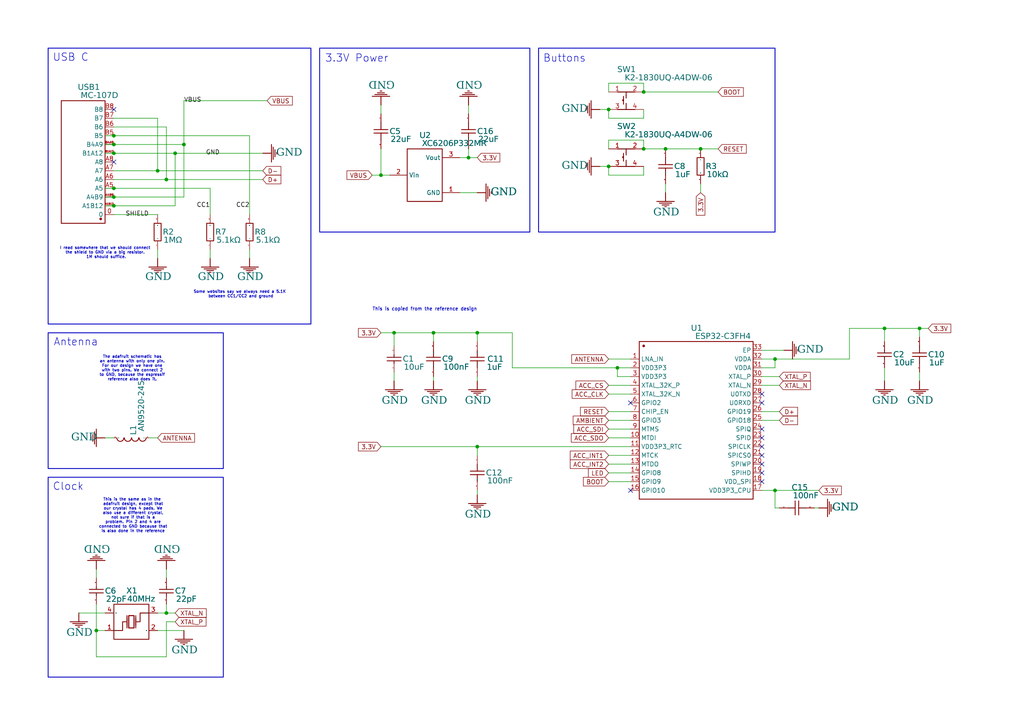
<source format=kicad_sch>
(kicad_sch (version 20231120) (generator "eeschema") (generator_version "8.0")
  (paper "A4")
  (title_block (title "Rudelblinken") (rev "0.1") (company "Zebreus"))
  (lib_symbols
    (symbol "0402CG220J500NT"
      (property "Reference" "C6" (at 2.54 0.9017 0))
      (property "Value" "22pF" (at 2.54 -1.4097 0))
      (symbol "0402CG220J500NT_0_0"
        (polyline (pts (xy -2.032 -0.508) (xy 2.032 -0.508)) (stroke (width 0.254)))
        (polyline (pts (xy -2.032 0.508) (xy 2.032 0.508)) (stroke (width 0.254)))
        (polyline (pts (xy 0 -1.27) (xy 0 -0.508)) (stroke (width 0.254)))
        (polyline (pts (xy 0 0.508) (xy 0 1.27)) (stroke (width 0.254)))
        (pin input line (at 0 -3.81 90) (length 2.54) (name "1") (number "1"))
        (pin input line (at 0 3.81 270) (length 2.54) (name "2") (number "2"))
      )
    )
    (symbol "0402CG220J500NT_1"
      (property "Reference" "C7" (at 2.54 0.9017 0))
      (property "Value" "22pF" (at 2.54 -1.4097 0))
      (symbol "0402CG220J500NT_1_0_0"
        (polyline (pts (xy -2.032 -0.508) (xy 2.032 -0.508)) (stroke (width 0.254)))
        (polyline (pts (xy -2.032 0.508) (xy 2.032 0.508)) (stroke (width 0.254)))
        (polyline (pts (xy 0 -1.27) (xy 0 -0.508)) (stroke (width 0.254)))
        (polyline (pts (xy 0 0.508) (xy 0 1.27)) (stroke (width 0.254)))
        (pin input line (at 0 -3.81 90) (length 2.54) (name "1") (number "1"))
        (pin input line (at 0 3.81 270) (length 2.54) (name "2") (number "2"))
      )
    )
    (symbol "0402WGF1002TCE"
      (property "Reference" "R3" (at 1.524 0.8763 0))
      (property "Value" "10kΩ" (at 1.524 -1.4351 0))
      (symbol "0402WGF1002TCE_0_0"
        (rectangle (start -1.016 2.54) (end 1.016 -2.54) (stroke (width 0.254)))
        (pin input line (at 0 -5.08 90) (length 2.54) (name "1") (number "1"))
        (pin input line (at 0 5.08 270) (length 2.54) (name "2") (number "2"))
      )
    )
    (symbol "0402WGF1004TCE"
      (property "Reference" "R2" (at 1.524 0.8763 0))
      (property "Value" "1MΩ" (at 1.524 -1.4097 0))
      (symbol "0402WGF1004TCE_0_0"
        (rectangle (start -1.016 2.54) (end 1.016 -2.54) (stroke (width 0.254)))
        (pin input line (at 0 -5.08 90) (length 2.54) (name "1") (number "1"))
        (pin input line (at 0 5.08 270) (length 2.54) (name "2") (number "2"))
      )
    )
    (symbol "0402WGF5101TCE"
      (property "Reference" "R7" (at 1.524 0.8763 0))
      (property "Value" "5.1kΩ" (at 1.524 -1.4097 0))
      (symbol "0402WGF5101TCE_0_0"
        (rectangle (start -1.016 2.54) (end 1.016 -2.54) (stroke (width 0.254)))
        (pin input line (at 0 -5.08 90) (length 2.54) (name "1") (number "1"))
        (pin input line (at 0 5.08 270) (length 2.54) (name "2") (number "2"))
      )
    )
    (symbol "0402WGF5101TCE_1"
      (property "Reference" "R8" (at 1.524 0.8763 0))
      (property "Value" "5.1kΩ" (at 1.524 -1.4097 0))
      (symbol "0402WGF5101TCE_1_0_0"
        (rectangle (start -1.016 2.54) (end 1.016 -2.54) (stroke (width 0.254)))
        (pin input line (at 0 -5.08 90) (length 2.54) (name "1") (number "1"))
        (pin input line (at 0 5.08 270) (length 2.54) (name "2") (number "2"))
      )
    )
    (symbol "AN9520-245"
      (property "Reference" "L1" (at 0.8636 0.2413 0))
      (property "Value" "AN9520-245" (at 0.8636 -1.9939 0))
      (symbol "AN9520-245_0_0"
        (arc (start 0 -2.2606) (mid -0.9907 -3.2639) (end 0 -4.2672) (stroke (width 0.254)))
        (arc (start 0 -0.1016) (mid -0.9907 -1.1049) (end 0 -2.1082) (stroke (width 0.254)))
        (arc (start 0 2.032) (mid -1.016 1.016) (end 0 0) (stroke (width 0.254)))
        (arc (start 0 4.2164) (mid -1.016 3.2004) (end 0 2.1844) (stroke (width 0.254)))
        (pin unspecified line (at 0 -5.08 90) (length 0.762) (name "1") (number "1"))
        (pin unspecified line (at 0 5.08 270) (length 0.762) (name "2") (number "2"))
      )
    )
    (symbol "CL05A105KA5NQNC"
      (property "Reference" "C8" (at 2.54 0.8763 0))
      (property "Value" "1uF" (at 2.54 -1.4351 0))
      (symbol "CL05A105KA5NQNC_0_0"
        (polyline (pts (xy -2.032 0.508) (xy 2.032 0.508)) (stroke (width 0.254)))
        (polyline (pts (xy 0 -0.508) (xy 0 -2.54)) (stroke (width 0.254)))
        (polyline (pts (xy 0 2.54) (xy 0 0.508)) (stroke (width 0.254)))
        (polyline (pts (xy 2.032 -0.508) (xy -2.032 -0.508)) (stroke (width 0.254)))
        (pin unspecified line (at 0 -5.08 90) (length 2.54) (name "1") (number "1"))
        (pin unspecified line (at 0 5.08 270) (length 2.54) (name "2") (number "2"))
      )
    )
    (symbol "CL05A105KA5NQNC_1"
      (property "Reference" "C10" (at 2.54 0.8763 0))
      (property "Value" "1uF" (at 2.54 -1.4351 0))
      (symbol "CL05A105KA5NQNC_1_0_0"
        (polyline (pts (xy -2.032 0.508) (xy 2.032 0.508)) (stroke (width 0.254)))
        (polyline (pts (xy 0 -0.508) (xy 0 -2.54)) (stroke (width 0.254)))
        (polyline (pts (xy 0 2.54) (xy 0 0.508)) (stroke (width 0.254)))
        (polyline (pts (xy 2.032 -0.508) (xy -2.032 -0.508)) (stroke (width 0.254)))
        (pin unspecified line (at 0 -5.08 90) (length 2.54) (name "1") (number "1"))
        (pin unspecified line (at 0 5.08 270) (length 2.54) (name "2") (number "2"))
      )
    )
    (symbol "CL05A105KA5NQNC_2"
      (property "Reference" "C11" (at 2.9718 0.8509 0))
      (property "Value" "1uF" (at 2.54 -1.4351 0))
      (symbol "CL05A105KA5NQNC_2_0_0"
        (polyline (pts (xy -2.032 0.508) (xy 2.032 0.508)) (stroke (width 0.254)))
        (polyline (pts (xy 0 -0.508) (xy 0 -2.54)) (stroke (width 0.254)))
        (polyline (pts (xy 0 2.54) (xy 0 0.508)) (stroke (width 0.254)))
        (polyline (pts (xy 2.032 -0.508) (xy -2.032 -0.508)) (stroke (width 0.254)))
        (pin unspecified line (at 0 -5.08 90) (length 2.54) (name "1") (number "1"))
        (pin unspecified line (at 0 5.08 270) (length 2.54) (name "2") (number "2"))
      )
    )
    (symbol "CL05A106MQ5NUNC"
      (property "Reference" "C1" (at 2.54 0.8763 0))
      (property "Value" "10uF" (at 2.54 -1.4097 0))
      (symbol "CL05A106MQ5NUNC_0_0"
        (polyline (pts (xy -2.032 -0.508) (xy 2.032 -0.508)) (stroke (width 0.254)))
        (polyline (pts (xy -2.032 0.508) (xy 2.032 0.508)) (stroke (width 0.254)))
        (polyline (pts (xy 0 -1.27) (xy 0 -0.508)) (stroke (width 0.254)))
        (polyline (pts (xy 0 0.508) (xy 0 1.27)) (stroke (width 0.254)))
        (pin input line (at 0 -3.81 90) (length 2.54) (name "1") (number "1"))
        (pin input line (at 0 3.81 270) (length 2.54) (name "2") (number "2"))
      )
    )
    (symbol "CL05A106MQ5NUNC_1"
      (property "Reference" "C2" (at 2.54 0.8763 0))
      (property "Value" "10uF" (at 2.54 -1.4097 0))
      (symbol "CL05A106MQ5NUNC_1_0_0"
        (polyline (pts (xy -2.032 -0.508) (xy 2.032 -0.508)) (stroke (width 0.254)))
        (polyline (pts (xy -2.032 0.508) (xy 2.032 0.508)) (stroke (width 0.254)))
        (polyline (pts (xy 0 -1.27) (xy 0 -0.508)) (stroke (width 0.254)))
        (polyline (pts (xy 0 0.508) (xy 0 1.27)) (stroke (width 0.254)))
        (pin input line (at 0 -3.81 90) (length 2.54) (name "1") (number "1"))
        (pin input line (at 0 3.81 270) (length 2.54) (name "2") (number "2"))
      )
    )
    (symbol "CL05B104KO5NNNC"
      (property "Reference" "C9" (at 2.54 0.8763 0))
      (property "Value" "100nF" (at 2.54 -1.4097 0))
      (symbol "CL05B104KO5NNNC_0_0"
        (polyline (pts (xy -2.032 0.508) (xy 2.032 0.508)) (stroke (width 0.254)))
        (polyline (pts (xy 0 -0.508) (xy 0 -2.54)) (stroke (width 0.254)))
        (polyline (pts (xy 0 2.54) (xy 0 0.508)) (stroke (width 0.254)))
        (polyline (pts (xy 2.032 -0.508) (xy -2.032 -0.508)) (stroke (width 0.254)))
        (pin unspecified line (at 0 -5.08 90) (length 2.54) (name "1") (number "1"))
        (pin unspecified line (at 0 5.08 270) (length 2.54) (name "2") (number "2"))
      )
    )
    (symbol "CL05B104KO5NNNC_1"
      (property "Reference" "C12" (at 2.54 0.8509 0))
      (property "Value" "100nF" (at 2.54 -1.3843 0))
      (symbol "CL05B104KO5NNNC_1_0_0"
        (polyline (pts (xy -2.032 0.508) (xy 2.032 0.508)) (stroke (width 0.254)))
        (polyline (pts (xy 0 -2.54) (xy 0 -0.508)) (stroke (width 0.254)))
        (polyline (pts (xy 0 0.508) (xy 0 2.54)) (stroke (width 0.254)))
        (polyline (pts (xy 2.032 -0.508) (xy -2.032 -0.508)) (stroke (width 0.254)))
        (pin unspecified line (at 0 5.08 270) (length 2.54) (name "1") (number "1"))
        (pin unspecified line (at 0 -5.08 90) (length 2.54) (name "2") (number "2"))
      )
    )
    (symbol "CL05B104KO5NNNC_2"
      (property "Reference" "C15" (at -1.4986 6.7691 0))
      (property "Value" "100nF" (at -1.4986 4.4831 0))
      (symbol "CL05B104KO5NNNC_2_0_0"
        (polyline (pts (xy -2.54 0) (xy -0.508 0)) (stroke (width 0.254)))
        (polyline (pts (xy -0.508 -2.032) (xy -0.508 2.032)) (stroke (width 0.254)))
        (polyline (pts (xy 0.508 0) (xy 2.54 0)) (stroke (width 0.254)))
        (polyline (pts (xy 0.508 2.032) (xy 0.508 -2.032)) (stroke (width 0.254)))
        (pin unspecified line (at 5.08 0 180) (length 2.54) (name "1") (number "1"))
        (pin unspecified line (at -5.08 0 0) (length 2.54) (name "2") (number "2"))
      )
    )
    (symbol "CL10A226MQ8NRNC"
      (property "Reference" "C5" (at 2.54 0.8509 0))
      (property "Value" "22uF" (at 2.54 -1.3843 0))
      (symbol "CL10A226MQ8NRNC_0_0"
        (polyline (pts (xy -2.032 0.508) (xy 2.032 0.508)) (stroke (width 0.254)))
        (polyline (pts (xy 0 -0.508) (xy 0 -2.54)) (stroke (width 0.254)))
        (polyline (pts (xy 0 2.54) (xy 0 0.508)) (stroke (width 0.254)))
        (polyline (pts (xy 2.032 -0.508) (xy -2.032 -0.508)) (stroke (width 0.254)))
        (pin unspecified line (at 0 -5.08 90) (length 2.54) (name "1") (number "1"))
        (pin unspecified line (at 0 5.08 270) (length 2.54) (name "2") (number "2"))
      )
    )
    (symbol "CL10A226MQ8NRNC_1"
      (property "Reference" "C16" (at 2.54 0.8509 0))
      (property "Value" "22uF" (at 2.54 -1.3843 0))
      (symbol "CL10A226MQ8NRNC_1_0_0"
        (polyline (pts (xy -2.032 0.508) (xy 2.032 0.508)) (stroke (width 0.254)))
        (polyline (pts (xy 0 -0.508) (xy 0 -2.54)) (stroke (width 0.254)))
        (polyline (pts (xy 0 2.54) (xy 0 0.508)) (stroke (width 0.254)))
        (polyline (pts (xy 2.032 -0.508) (xy -2.032 -0.508)) (stroke (width 0.254)))
        (pin unspecified line (at 0 -5.08 90) (length 2.54) (name "1") (number "1"))
        (pin unspecified line (at 0 5.08 270) (length 2.54) (name "2") (number "2"))
      )
    )
    (symbol "ESP32-C3FH4"
      (property "Reference" "U1" (at -1.4986 27.5971 0))
      (property "Value" "ESP32-C3FH4" (at -1.4986 25.3111 0))
      (symbol "ESP32-C3FH4_0_0"
        (rectangle (start -16.51 22.86) (end 16.51 -22.86) (stroke (width 0.254)))
        (circle (center -15.24 21.59) (radius 0.254) (stroke (width 0.254)) (fill (type outline)))
        (pin unspecified line (at -19.05 17.78 0) (length 2.54) (name "LNA_IN") (number "1"))
        (pin unspecified line (at -19.05 -5.08 0) (length 2.54) (name "MTDI") (number "10"))
        (pin unspecified line (at -19.05 -7.62 0) (length 2.54) (name "VDD3P3_RTC") (number "11"))
        (pin unspecified line (at -19.05 -10.16 0) (length 2.54) (name "MTCK") (number "12"))
        (pin unspecified line (at -19.05 -12.7 0) (length 2.54) (name "MTDO") (number "13"))
        (pin unspecified line (at -19.05 -15.24 0) (length 2.54) (name "GPIO8") (number "14"))
        (pin unspecified line (at -19.05 -17.78 0) (length 2.54) (name "GPIO9") (number "15"))
        (pin unspecified line (at -19.05 -20.32 0) (length 2.54) (name "GPIO10") (number "16"))
        (pin unspecified line (at 19.05 -20.32 180) (length 2.54) (name "VDD3P3_CPU") (number "17"))
        (pin unspecified line (at 19.05 -17.78 180) (length 2.54) (name "VDD_SPI") (number "18"))
        (pin unspecified line (at 19.05 -15.24 180) (length 2.54) (name "SPIHD") (number "19"))
        (pin unspecified line (at -19.05 15.24 0) (length 2.54) (name "VDD3P3") (number "2"))
        (pin unspecified line (at 19.05 -12.7 180) (length 2.54) (name "SPIWP") (number "20"))
        (pin unspecified line (at 19.05 -10.16 180) (length 2.54) (name "SPICS0") (number "21"))
        (pin unspecified line (at 19.05 -7.62 180) (length 2.54) (name "SPICLK") (number "22"))
        (pin unspecified line (at 19.05 -5.08 180) (length 2.54) (name "SPID") (number "23"))
        (pin unspecified line (at 19.05 -2.54 180) (length 2.54) (name "SPIQ") (number "24"))
        (pin unspecified line (at 19.05 0 180) (length 2.54) (name "GPIO18") (number "25"))
        (pin unspecified line (at 19.05 2.54 180) (length 2.54) (name "GPIO19") (number "26"))
        (pin unspecified line (at 19.05 5.08 180) (length 2.54) (name "U0RXD") (number "27"))
        (pin unspecified line (at 19.05 7.62 180) (length 2.54) (name "U0TXD") (number "28"))
        (pin unspecified line (at 19.05 10.16 180) (length 2.54) (name "XTAL_N") (number "29"))
        (pin unspecified line (at -19.05 12.7 0) (length 2.54) (name "VDD3P3") (number "3"))
        (pin unspecified line (at 19.05 12.7 180) (length 2.54) (name "XTAL_P") (number "30"))
        (pin unspecified line (at 19.05 15.24 180) (length 2.54) (name "VDDA") (number "31"))
        (pin unspecified line (at 19.05 17.78 180) (length 2.54) (name "VDDA") (number "32"))
        (pin unspecified line (at 19.05 20.32 180) (length 2.54) (name "EP") (number "33"))
        (pin unspecified line (at -19.05 10.16 0) (length 2.54) (name "XTAL_32K_P") (number "4"))
        (pin unspecified line (at -19.05 7.62 0) (length 2.54) (name "XTAL_32K_N") (number "5"))
        (pin unspecified line (at -19.05 5.08 0) (length 2.54) (name "GPIO2") (number "6"))
        (pin unspecified line (at -19.05 2.54 0) (length 2.54) (name "CHIP_EN") (number "7"))
        (pin unspecified line (at -19.05 0 0) (length 2.54) (name "GPIO3") (number "8"))
        (pin unspecified line (at -19.05 -2.54 0) (length 2.54) (name "MTMS") (number "9"))
      )
    )
    (symbol "GND" (power) (pin_numbers hide) (pin_names hide)
      (property "Value" "GND" (at 0 6.35 0))
      (symbol "GND_0_0"
        (polyline (pts (xy -2.54 -2.54) (xy 2.54 -2.54)) (stroke (width 0.254)))
        (polyline (pts (xy -1.778 -3.048) (xy 1.778 -3.048)) (stroke (width 0.254)))
        (polyline (pts (xy -1.016 -3.556) (xy 1.016 -3.556)) (stroke (width 0.254)))
        (polyline (pts (xy -0.254 -4.064) (xy 0.254 -4.064)) (stroke (width 0.254)))
        (polyline (pts (xy 0 0) (xy 0 -2.54)) (stroke (width 0.254)))
        (pin power_in line (at 0 0 270) (length 0) (name "GND") (number "1"))
      )
    )
    (symbol "K2-1830UQ-A4DW-06"
      (property "Reference" "SW1" (at -2.5654 9.9187 0))
      (property "Value" "K2-1830UQ-A4DW-06" (at -2.5654 7.5819 0))
      (symbol "K2-1830UQ-A4DW-06_0_0"
        (polyline (pts (xy -2.54 -2.54) (xy 2.54 -2.54)) (stroke (width 0.254)))
        (polyline (pts (xy -2.54 2.54) (xy 2.54 2.54)) (stroke (width 0.254)))
        (polyline (pts (xy -0.762 1.27) (xy -0.762 -1.016)) (stroke (width 0.254)))
        (polyline (pts (xy 0 -2.54) (xy 0 -0.762)) (stroke (width 0.254)))
        (polyline (pts (xy 0 1.524) (xy 0 0.762)) (stroke (width 0.254)))
        (polyline (pts (xy 0 2.54) (xy 0 1.524)) (stroke (width 0.254)))
        (polyline (pts (xy -0.762 0.254) (xy -1.016 0.254) (xy -1.016 0) (xy -0.762 0)) (stroke (width 0.254)))
        (pin unspecified line (at -5.08 2.54 0) (length 5.08) (name "1") (number "1"))
        (pin unspecified line (at 5.08 2.54 180) (length 5.08) (name "2") (number "2"))
        (pin unspecified line (at -5.08 -2.54 0) (length 5.08) (name "3") (number "3"))
        (pin unspecified line (at 5.08 -2.54 180) (length 5.08) (name "4") (number "4"))
      )
    )
    (symbol "K2-1830UQ-A4DW-06_1"
      (property "Reference" "SW2" (at -2.5654 9.9187 0))
      (property "Value" "K2-1830UQ-A4DW-06" (at -2.5654 7.5819 0))
      (symbol "K2-1830UQ-A4DW-06_1_0_0"
        (polyline (pts (xy -2.54 -2.54) (xy 2.54 -2.54)) (stroke (width 0.254)))
        (polyline (pts (xy -2.54 2.54) (xy 2.54 2.54)) (stroke (width 0.254)))
        (polyline (pts (xy -0.762 1.27) (xy -0.762 -1.016)) (stroke (width 0.254)))
        (polyline (pts (xy 0 -2.54) (xy 0 -0.762)) (stroke (width 0.254)))
        (polyline (pts (xy 0 1.524) (xy 0 0.762)) (stroke (width 0.254)))
        (polyline (pts (xy 0 2.54) (xy 0 1.524)) (stroke (width 0.254)))
        (polyline (pts (xy -0.762 0.254) (xy -1.016 0.254) (xy -1.016 0) (xy -0.762 0)) (stroke (width 0.254)))
        (pin unspecified line (at -5.08 2.54 0) (length 5.08) (name "1") (number "1"))
        (pin unspecified line (at 5.08 2.54 180) (length 5.08) (name "2") (number "2"))
        (pin unspecified line (at -5.08 -2.54 0) (length 5.08) (name "3") (number "3"))
        (pin unspecified line (at 5.08 -2.54 180) (length 5.08) (name "4") (number "4"))
      )
    )
    (symbol "MC-107D"
      (property "Reference" "USB1" (at -1.5494 22.5425 0))
      (property "Value" "MC-107D" (at -1.5494 20.2311 0))
      (symbol "MC-107D_0_0"
        (rectangle (start -6.35 17.78) (end 6.35 -17.78) (stroke (width 0.254)))
        (circle (center 5.08 -16.51) (radius 0.254) (stroke (width 0.254)) (fill (type outline)))
        (pin unspecified line (at 8.89 -15.24 180) (length 2.54) (name "0") (number "0"))
        (pin unspecified line (at 8.89 -12.7 180) (length 2.54) (name "A1B12") (number "A1B12"))
        (pin unspecified line (at 8.89 -10.16 180) (length 2.54) (name "A4B9") (number "A4B9"))
        (pin unspecified line (at 8.89 -7.62 180) (length 2.54) (name "A5") (number "A5"))
        (pin unspecified line (at 8.89 -5.08 180) (length 2.54) (name "A6") (number "A6"))
        (pin unspecified line (at 8.89 -2.54 180) (length 2.54) (name "A7") (number "A7"))
        (pin unspecified line (at 8.89 0 180) (length 2.54) (name "A8") (number "A8"))
        (pin unspecified line (at 8.89 2.54 180) (length 2.54) (name "B1A12") (number "B1A12"))
        (pin unspecified line (at 8.89 5.08 180) (length 2.54) (name "B4A9") (number "B4A9"))
        (pin unspecified line (at 8.89 7.62 180) (length 2.54) (name "B5") (number "B5"))
        (pin unspecified line (at 8.89 10.16 180) (length 2.54) (name "B6") (number "B6"))
        (pin unspecified line (at 8.89 12.7 180) (length 2.54) (name "B7") (number "B7"))
        (pin unspecified line (at 8.89 15.24 180) (length 2.54) (name "B8") (number "B8"))
      )
    )
    (symbol "S3240000121040"
      (property "Reference" "X1" (at -1.4478 9.8171 0))
      (property "Value" "40MHz" (at -1.4478 7.5311 0))
      (symbol "S3240000121040_0_0"
        (rectangle (start -5.08 5.08) (end 5.08 -5.08) (stroke (width 0.254)))
        (polyline (pts (xy -1.27 -1.778) (xy -1.27 1.778)) (stroke (width 0.254)))
        (polyline (pts (xy -1.27 -1.016) (xy -1.27 1.016)) (stroke (width 0.254)))
        (polyline (pts (xy 0.762 -1.778) (xy -0.762 -1.778)) (stroke (width 0.254)))
        (polyline (pts (xy 1.27 -1.778) (xy 1.27 1.778)) (stroke (width 0.254)))
        (polyline (pts (xy 1.27 -1.016) (xy 1.27 1.016)) (stroke (width 0.254)))
        (polyline (pts (xy -5.08 -2.54) (xy -2.54 -2.54) (xy -2.54 0) (xy -1.524 0)) (stroke (width 0.254)))
        (polyline (pts (xy -0.762 -1.778) (xy -0.762 1.778) (xy 0.762 1.778) (xy 0.762 -1.778)) (stroke (width 0.254)))
        (polyline (pts (xy 5.08 2.54) (xy 2.54 2.54) (xy 2.54 0) (xy 1.524 0)) (stroke (width 0.254)))
        (polyline (pts (xy 0.762 1.778) (xy 0.762 -1.778) (xy -0.762 -1.778) (xy -0.762 1.778) (xy 0.762 1.778)) (stroke (width 0.254)))
        (pin unspecified line (at -7.62 -2.54 0) (length 2.54) (name "OSC1") (number "1"))
        (pin unspecified line (at 7.62 -2.54 180) (length 2.54) (name "GND") (number "2"))
        (pin unspecified line (at 7.62 2.54 180) (length 2.54) (name "OSC2") (number "3"))
        (pin unspecified line (at -7.62 2.54 0) (length 2.54) (name "GND") (number "4"))
      )
    )
    (symbol "XC6206P332MR"
      (property "Reference" "U2" (at -1.4986 12.3825 0))
      (property "Value" "XC6206P332MR" (at -1.4986 10.1219 0))
      (symbol "XC6206P332MR_0_0"
        (rectangle (start -5.08 7.62) (end 5.08 -7.62) (stroke (width 0.254)))
        (pin unspecified line (at 10.16 -5.08 180) (length 5.08) (name "GND") (number "1"))
        (pin unspecified line (at -10.16 0 0) (length 5.08) (name "Vin") (number "2"))
        (pin unspecified line (at 10.16 5.08 180) (length 5.08) (name "Vout") (number "3"))
      )
    )
  )
  (junction (at 179.07 106.68))
  (junction (at 138.43 96.52))
  (junction (at 114.3 96.52))
  (junction (at 48.26 52.07))
  (junction (at 53.34 41.91))
  (junction (at 135.89 45.72))
  (junction (at 50.8 44.45))
  (junction (at 176.53 31.75))
  (junction (at 193.04 43.18))
  (junction (at 33.02 57.15))
  (junction (at 224.79 104.14))
  (junction (at 176.53 48.26))
  (junction (at 33.02 59.69))
  (junction (at 138.43 129.54))
  (junction (at 33.02 41.91))
  (junction (at 266.7 95.25))
  (junction (at 224.79 142.24))
  (junction (at 256.54 95.25))
  (junction (at 33.02 54.61))
  (junction (at 33.02 39.37))
  (junction (at 33.02 44.45))
  (junction (at 125.73 96.52))
  (junction (at 203.2 43.18))
  (junction (at 186.69 26.67))
  (junction (at 48.26 177.8))
  (junction (at 27.94 182.88))
  (junction (at 186.69 43.18))
  (junction (at 45.72 49.53))
  (junction (at 110.49 50.8))
  (no_connect (at 182.88 116.84))
  (no_connect (at 220.98 124.46))
  (no_connect (at 220.98 129.54))
  (no_connect (at 33.02 46.99))
  (no_connect (at 33.02 31.75))
  (no_connect (at 220.98 139.7))
  (no_connect (at 182.88 142.24))
  (no_connect (at 220.98 132.08))
  (no_connect (at 220.98 127))
  (no_connect (at 220.98 116.84))
  (no_connect (at 220.98 134.62))
  (no_connect (at 220.98 114.3))
  (no_connect (at 220.98 137.16))
  (wire (pts (xy 176.53 34.29) (xy 186.69 34.29)))
  (wire (pts (xy 76.2 49.53) (xy 45.72 49.53)))
  (wire (pts (xy 72.39 39.37) (xy 33.02 39.37)))
  (wire (pts (xy 227.33 101.6) (xy 220.98 101.6)))
  (wire (pts (xy 176.53 24.13) (xy 186.69 24.13)))
  (wire (pts (xy 226.06 109.22) (xy 220.98 109.22)))
  (wire (pts (xy 266.7 95.25) (xy 266.7 97.79)))
  (wire (pts (xy 138.43 142.24) (xy 138.43 143.51)))
  (wire (pts (xy 176.53 114.3) (xy 182.88 114.3)))
  (wire (pts (xy 48.26 180.34) (xy 48.26 190.5)))
  (wire (pts (xy 179.07 106.68) (xy 148.59 106.68)))
  (wire (pts (xy 186.69 50.8) (xy 186.69 48.26)))
  (wire (pts (xy 148.59 106.68) (xy 148.59 96.52)))
  (wire (pts (xy 176.53 121.92) (xy 182.88 121.92)))
  (wire (pts (xy 33.02 57.15) (xy 53.34 57.15)))
  (wire (pts (xy 138.43 129.54) (xy 182.88 129.54)))
  (wire (pts (xy 176.53 111.76) (xy 182.88 111.76)))
  (wire (pts (xy 114.3 96.52) (xy 114.3 100.33)))
  (wire (pts (xy 176.53 124.46) (xy 182.88 124.46)))
  (wire (pts (xy 237.49 142.24) (xy 224.79 142.24)))
  (wire (pts (xy 220.98 104.14) (xy 224.79 104.14)))
  (wire (pts (xy 138.43 96.52) (xy 138.43 99.06)))
  (wire (pts (xy 48.26 52.07) (xy 33.02 52.07)))
  (wire (pts (xy 269.24 95.25) (xy 266.7 95.25)))
  (wire (pts (xy 50.8 59.69) (xy 50.8 44.45)))
  (wire (pts (xy 43.18 127) (xy 45.72 127)))
  (wire (pts (xy 224.79 106.68) (xy 224.79 104.14)))
  (wire (pts (xy 60.96 62.23) (xy 60.96 54.61)))
  (wire (pts (xy 266.7 95.25) (xy 256.54 95.25)))
  (wire (pts (xy 76.2 52.07) (xy 48.26 52.07)))
  (wire (pts (xy 33.02 41.91) (xy 53.34 41.91)))
  (wire (pts (xy 176.53 31.75) (xy 176.53 34.29)))
  (wire (pts (xy 125.73 96.52) (xy 114.3 96.52)))
  (wire (pts (xy 176.53 104.14) (xy 182.88 104.14)))
  (wire (pts (xy 30.48 59.69) (xy 33.02 59.69)))
  (wire (pts (xy 193.04 43.18) (xy 203.2 43.18)))
  (wire (pts (xy 176.53 119.38) (xy 182.88 119.38)))
  (wire (pts (xy 33.02 44.45) (xy 30.48 44.45)))
  (wire (pts (xy 30.48 41.91) (xy 33.02 41.91)))
  (wire (pts (xy 125.73 99.06) (xy 125.73 96.52)))
  (wire (pts (xy 53.34 41.91) (xy 53.34 29.21)))
  (wire (pts (xy 246.38 104.14) (xy 246.38 95.25)))
  (wire (pts (xy 148.59 96.52) (xy 138.43 96.52)))
  (wire (pts (xy 60.96 72.39) (xy 60.96 74.93)))
  (wire (pts (xy 220.98 119.38) (xy 226.06 119.38)))
  (wire (pts (xy 48.26 175.26) (xy 48.26 177.8)))
  (wire (pts (xy 60.96 54.61) (xy 33.02 54.61)))
  (wire (pts (xy 76.2 44.45) (xy 50.8 44.45)))
  (wire (pts (xy 203.2 53.34) (xy 203.2 55.88)))
  (wire (pts (xy 176.53 48.26) (xy 176.53 50.8)))
  (wire (pts (xy 50.8 44.45) (xy 33.02 44.45)))
  (wire (pts (xy 138.43 45.72) (xy 135.89 45.72)))
  (wire (pts (xy 27.94 165.1) (xy 27.94 167.64)))
  (wire (pts (xy 27.94 182.88) (xy 27.94 190.5)))
  (wire (pts (xy 110.49 96.52) (xy 114.3 96.52)))
  (wire (pts (xy 53.34 29.21) (xy 77.47 29.21)))
  (wire (pts (xy 193.04 53.34) (xy 193.04 55.88)))
  (wire (pts (xy 176.53 43.18) (xy 176.53 40.64)))
  (wire (pts (xy 224.79 147.32) (xy 226.06 147.32)))
  (wire (pts (xy 135.89 30.48) (xy 135.89 33.02)))
  (wire (pts (xy 138.43 109.22) (xy 138.43 110.49)))
  (wire (pts (xy 220.98 111.76) (xy 226.06 111.76)))
  (wire (pts (xy 179.07 109.22) (xy 179.07 106.68)))
  (wire (pts (xy 33.02 49.53) (xy 45.72 49.53)))
  (wire (pts (xy 256.54 95.25) (xy 256.54 99.06)))
  (wire (pts (xy 176.53 50.8) (xy 186.69 50.8)))
  (wire (pts (xy 110.49 129.54) (xy 138.43 129.54)))
  (wire (pts (xy 110.49 50.8) (xy 107.95 50.8)))
  (wire (pts (xy 110.49 30.48) (xy 110.49 33.02)))
  (wire (pts (xy 226.06 121.92) (xy 220.98 121.92)))
  (wire (pts (xy 113.03 50.8) (xy 110.49 50.8)))
  (wire (pts (xy 220.98 106.68) (xy 224.79 106.68)))
  (wire (pts (xy 33.02 62.23) (xy 45.72 62.23)))
  (wire (pts (xy 135.89 43.18) (xy 135.89 45.72)))
  (wire (pts (xy 125.73 96.52) (xy 138.43 96.52)))
  (wire (pts (xy 48.26 177.8) (xy 50.8 177.8)))
  (wire (pts (xy 33.02 36.83) (xy 48.26 36.83)))
  (wire (pts (xy 138.43 132.08) (xy 138.43 129.54)))
  (wire (pts (xy 30.48 127) (xy 33.02 127)))
  (wire (pts (xy 45.72 182.88) (xy 53.34 182.88)))
  (wire (pts (xy 135.89 45.72) (xy 133.35 45.72)))
  (wire (pts (xy 133.35 55.88) (xy 138.43 55.88)))
  (wire (pts (xy 27.94 175.26) (xy 27.94 182.88)))
  (wire (pts (xy 30.48 57.15) (xy 33.02 57.15)))
  (wire (pts (xy 182.88 109.22) (xy 179.07 109.22)))
  (wire (pts (xy 33.02 59.69) (xy 50.8 59.69)))
  (wire (pts (xy 48.26 165.1) (xy 48.26 167.64)))
  (wire (pts (xy 224.79 142.24) (xy 224.79 147.32)))
  (wire (pts (xy 45.72 177.8) (xy 48.26 177.8)))
  (wire (pts (xy 173.99 48.26) (xy 176.53 48.26)))
  (wire (pts (xy 236.22 147.32) (xy 237.49 147.32)))
  (wire (pts (xy 22.86 177.8) (xy 30.48 177.8)))
  (wire (pts (xy 186.69 24.13) (xy 186.69 26.67)))
  (wire (pts (xy 27.94 190.5) (xy 48.26 190.5)))
  (wire (pts (xy 72.39 72.39) (xy 72.39 74.93)))
  (wire (pts (xy 256.54 106.68) (xy 256.54 110.49)))
  (wire (pts (xy 186.69 40.64) (xy 186.69 43.18)))
  (wire (pts (xy 72.39 62.23) (xy 72.39 39.37)))
  (wire (pts (xy 48.26 36.83) (xy 48.26 52.07)))
  (wire (pts (xy 176.53 132.08) (xy 182.88 132.08)))
  (wire (pts (xy 45.72 72.39) (xy 45.72 74.93)))
  (wire (pts (xy 33.02 39.37) (xy 30.48 39.37)))
  (wire (pts (xy 224.79 104.14) (xy 246.38 104.14)))
  (wire (pts (xy 266.7 107.95) (xy 266.7 110.49)))
  (wire (pts (xy 203.2 43.18) (xy 208.28 43.18)))
  (wire (pts (xy 50.8 180.34) (xy 48.26 180.34)))
  (wire (pts (xy 176.53 26.67) (xy 176.53 24.13)))
  (wire (pts (xy 173.99 31.75) (xy 176.53 31.75)))
  (wire (pts (xy 27.94 182.88) (xy 30.48 182.88)))
  (wire (pts (xy 176.53 127) (xy 182.88 127)))
  (wire (pts (xy 220.98 142.24) (xy 224.79 142.24)))
  (wire (pts (xy 53.34 57.15) (xy 53.34 41.91)))
  (wire (pts (xy 45.72 34.29) (xy 33.02 34.29)))
  (wire (pts (xy 182.88 106.68) (xy 179.07 106.68)))
  (wire (pts (xy 176.53 40.64) (xy 186.69 40.64)))
  (wire (pts (xy 186.69 26.67) (xy 208.28 26.67)))
  (wire (pts (xy 176.53 134.62) (xy 182.88 134.62)))
  (wire (pts (xy 45.72 49.53) (xy 45.72 34.29)))
  (wire (pts (xy 125.73 109.22) (xy 125.73 110.49)))
  (wire (pts (xy 110.49 43.18) (xy 110.49 50.8)))
  (wire (pts (xy 176.53 137.16) (xy 182.88 137.16)))
  (wire (pts (xy 114.3 107.95) (xy 114.3 110.49)))
  (wire (pts (xy 186.69 43.18) (xy 193.04 43.18)))
  (wire (pts (xy 33.02 54.61) (xy 30.48 54.61)))
  (wire (pts (xy 246.38 95.25) (xy 256.54 95.25)))
  (wire (pts (xy 186.69 34.29) (xy 186.69 31.75)))
  (wire (pts (xy 182.88 139.7) (xy 176.53 139.7)))
  (rectangle (start 92.71 13.97) (end 153.67 67.31) (stroke (width 0.254)))
  (rectangle (start 13.97 138.43) (end 64.77 196.3928) (stroke (width 0.254)))
  (rectangle (start 156.21 13.97) (end 224.79 67.31) (stroke (width 0.254)))
  (rectangle (start 13.97 13.97) (end 90.17 93.98) (stroke (width 0.254)))
  (rectangle (start 13.97 96.52) (end 64.77 135.89) (stroke (width 0.254)))
  (text "3.3V Power" (at 94.234 15.748 0) (effects (font (size 2.1717 2.1717)) (justify left top)))
  (text "Buttons" (at 157.48 15.748 0) (effects (font (size 2.1717 2.1717)) (justify left top)))
  (text "Antenna" (at 15.494 98.044 0) (effects (font (size 2.1717 2.1717)) (justify left top)))
  (text "This is copied from the reference design" (at 123.19 89.2048 0) (effects (font (size 0.9652 0.9652)) (justify top)))
  (text "I read somewhere that we should connect\nthe shield to GND via a big resistor.\n 1M should suffice." (at 30.48 71.5772 0) (effects (font (size 0.8128 0.8128)) (justify top)))
  (text "Some websites say we always need a 5.1K \nbetween CC1/CC2 and ground" (at 69.85 84.2772 0) (effects (font (size 0.8128 0.8128)) (justify top)))
  (text "The adafruit schematic has\nan antenna with only one pin.\nFor our design we have one\nwith two pins. We connect 2\nto GND, because the espressif\nreference also does it." (at 38.354 103.124 0) (effects (font (size 0.8128 0.8128)) (justify top)))
  (text "Clock" (at 15.24 139.954 0) (effects (font (size 2.1717 2.1717)) (justify left top)))
  (text "USB C" (at 15.24 15.494 0) (effects (font (size 2.1717 2.1717)) (justify left top)))
  (text "This is the same as in the \nadafruit design, except that\n our crystal has 4 pads. We \nalso use a different crystal,\n not sure if that is a \nproblem. Pin 2 and 4 are\nconnected to GND because that\nis also done in the reference" (at 38.608 144.526 0) (effects (font (size 0.8128 0.8128)) (justify top)))
  (label "CC2" (at 72.39 59.69 180))
  (label "SHIELD" (at 43.18 62.23 180))
  (label "GND" (at 59.69 44.45 0))
  (label "VBUS" (at 53.34 29.21 0))
  (label "CC1" (at 60.96 59.69 180))
  (global_label "3.3V" (shape input) (at 138.43 45.72 0) (property "Intersheetrefs" "${INTERSHEET_REFS}" (effects (hide yes))))
  (global_label "RESET" (shape input) (at 208.28 43.18 0) (property "Intersheetrefs" "${INTERSHEET_REFS}" (effects (hide yes))))
  (global_label "D+" (shape input) (at 76.2 52.07 0) (property "Intersheetrefs" "${INTERSHEET_REFS}" (effects (hide yes))))
  (global_label "3.3V" (shape input) (at 110.49 96.52 180) (property "Intersheetrefs" "${INTERSHEET_REFS}" (effects (hide yes))))
  (global_label "ACC_CS" (shape input) (at 176.53 111.76 180) (property "Intersheetrefs" "${INTERSHEET_REFS}" (effects (hide yes))))
  (global_label "ANTENNA" (shape input) (at 45.72 127 0) (property "Intersheetrefs" "${INTERSHEET_REFS}" (effects (hide yes))))
  (global_label "ACC_INT2" (shape input) (at 176.53 134.62 180) (property "Intersheetrefs" "${INTERSHEET_REFS}" (effects (hide yes))))
  (global_label "D+" (shape input) (at 226.06 119.38 0) (property "Intersheetrefs" "${INTERSHEET_REFS}" (effects (hide yes))))
  (global_label "3.3V" (shape input) (at 237.49 142.24 0) (property "Intersheetrefs" "${INTERSHEET_REFS}" (effects (hide yes))))
  (global_label "VBUS" (shape input) (at 107.95 50.8 180) (property "Intersheetrefs" "${INTERSHEET_REFS}" (effects (hide yes))))
  (global_label "ACC_INT1" (shape input) (at 176.53 132.08 180) (property "Intersheetrefs" "${INTERSHEET_REFS}" (effects (hide yes))))
  (global_label "AMBIENT" (shape input) (at 176.53 121.92 180) (property "Intersheetrefs" "${INTERSHEET_REFS}" (effects (hide yes))))
  (global_label "3.3V" (shape input) (at 110.49 129.54 180) (property "Intersheetrefs" "${INTERSHEET_REFS}" (effects (hide yes))))
  (global_label "RESET" (shape input) (at 176.53 119.38 180) (property "Intersheetrefs" "${INTERSHEET_REFS}" (effects (hide yes))))
  (global_label "XTAL_N" (shape input) (at 226.06 111.76 0) (property "Intersheetrefs" "${INTERSHEET_REFS}" (effects (hide yes))))
  (global_label "ACC_SDO" (shape input) (at 176.53 127 180) (property "Intersheetrefs" "${INTERSHEET_REFS}" (effects (hide yes))))
  (global_label "LED" (shape input) (at 176.53 137.16 180) (property "Intersheetrefs" "${INTERSHEET_REFS}" (effects (hide yes))))
  (global_label "VBUS" (shape input) (at 77.47 29.21 0) (property "Intersheetrefs" "${INTERSHEET_REFS}" (effects (hide yes))))
  (global_label "BOOT" (shape input) (at 176.53 139.7 180) (property "Intersheetrefs" "${INTERSHEET_REFS}" (effects (hide yes))))
  (global_label "ACC_CLK" (shape input) (at 176.53 114.3 180) (property "Intersheetrefs" "${INTERSHEET_REFS}" (effects (hide yes))))
  (global_label "XTAL_P" (shape input) (at 50.8 180.34 0) (property "Intersheetrefs" "${INTERSHEET_REFS}" (effects (hide yes))))
  (global_label "3.3V" (shape input) (at 203.2 55.88 270) (property "Intersheetrefs" "${INTERSHEET_REFS}" (effects (hide yes))))
  (global_label "BOOT" (shape input) (at 208.28 26.67 0) (property "Intersheetrefs" "${INTERSHEET_REFS}" (effects (hide yes))))
  (global_label "ANTENNA" (shape input) (at 176.53 104.14 180) (property "Intersheetrefs" "${INTERSHEET_REFS}" (effects (hide yes))))
  (global_label "ACC_SDI" (shape input) (at 176.53 124.46 180) (property "Intersheetrefs" "${INTERSHEET_REFS}" (effects (hide yes))))
  (global_label "XTAL_N" (shape input) (at 50.8 177.8 0) (property "Intersheetrefs" "${INTERSHEET_REFS}" (effects (hide yes))))
  (global_label "3.3V" (shape input) (at 269.24 95.25 0) (property "Intersheetrefs" "${INTERSHEET_REFS}" (effects (hide yes))))
  (global_label "XTAL_P" (shape input) (at 226.06 109.22 0) (property "Intersheetrefs" "${INTERSHEET_REFS}" (effects (hide yes))))
  (global_label "D-" (shape input) (at 76.2 49.53 0) (property "Intersheetrefs" "${INTERSHEET_REFS}" (effects (hide yes))))
  (global_label "D-" (shape input) (at 226.06 121.92 0) (property "Intersheetrefs" "${INTERSHEET_REFS}" (effects (hide yes))))
  (symbol (lib_id "0402WGF1004TCE") (at 45.72 67.31 0) (unit 0)
    (property "Reference" "R2" (at 47.244 66.4337 0) (effects (font (size 1.6891 1.6891)) (justify left top)))
    (property "Value" "1MΩ" (at 47.244 68.7197 0) (effects (font (size 1.6891 1.6891)) (justify left top)))
    (property "Manufacturer Part" "0402WGF1004TCE" (effects (hide yes)))
    (property "Manufacturer" "UNI-ROYAL(厚声)" (effects (hide yes)))
    (property "Supplier Part" "C26083" (effects (hide yes)))
    (property "Supplier" "LCSC" (effects (hide yes)))
  )
  (symbol (lib_id "GND") (at 173.99 31.75 270) (unit 0)
    (property "Reference" "#PWR?" (effects (hide yes)))
    (property "Value" "GND" (at 163.195 32.766 -270) (effects (font (size 2.1717 2.1717)) (justify left bottom)))
    (property "Description" "Power symbol creates a global label with name 'GND'" (effects (hide yes)))
  )
  (symbol (lib_id "0402WGF1002TCE") (at 203.2 48.26 0) (unit 0)
    (property "Reference" "R3" (at 204.724 47.3837 0) (effects (font (size 1.6891 1.6891)) (justify left top)))
    (property "Value" "10kΩ" (at 204.724 49.6951 0) (effects (font (size 1.6891 1.6891)) (justify left top)))
    (property "Manufacturer Part" "0402WGF1002TCE" (effects (hide yes)))
    (property "Manufacturer" "UNI-ROYAL(厚声)" (effects (hide yes)))
    (property "Supplier Part" "C25744" (effects (hide yes)))
    (property "Supplier" "LCSC" (effects (hide yes)))
  )
  (symbol (lib_id "CL05B104KO5NNNC_1") (at 138.43 137.16 0) (unit 0)
    (property "Reference" "C12" (at 140.97 136.3091 0) (effects (font (size 1.6891 1.6891)) (justify left top)))
    (property "Value" "100nF" (at 140.97 138.5443 0) (effects (font (size 1.6891 1.6891)) (justify left top)))
    (property "Manufacturer Part" "CL05B104KO5NNNC" (effects (hide yes)))
    (property "Manufacturer" "SAMSUNG(三星)" (effects (hide yes)))
    (property "Supplier Part" "C1525" (effects (hide yes)))
    (property "Supplier" "LCSC" (effects (hide yes)))
  )
  (symbol (lib_id "CL05A106MQ5NUNC") (at 114.3 104.14 0) (unit 0)
    (property "Reference" "C1" (at 116.84 103.2637 0) (effects (font (size 1.6891 1.6891)) (justify left top)))
    (property "Value" "10uF" (at 116.84 105.5497 0) (effects (font (size 1.6891 1.6891)) (justify left top)))
    (property "Manufacturer Part" "CL05A106MQ5NUNC" (effects (hide yes)))
    (property "Manufacturer" "SAMSUNG(三星)" (effects (hide yes)))
    (property "Supplier Part" "C15525" (effects (hide yes)))
    (property "Supplier" "LCSC" (effects (hide yes)))
  )
  (symbol (lib_id "GND") (at 60.96 74.93 0) (unit 0)
    (property "Reference" "#PWR?" (effects (hide yes)))
    (property "Value" "GND" (at 57.658 81.534 0) (effects (font (size 2.1717 2.1717)) (justify left bottom)))
    (property "Description" "Power symbol creates a global label with name 'GND'" (effects (hide yes)))
  )
  (symbol (lib_id "S3240000121040") (at 38.1 180.34 0) (unit 0)
    (property "Reference" "X1" (at 36.6522 170.5229 0) (effects (font (size 1.6891 1.6891)) (justify left top)))
    (property "Value" "40MHz" (at 36.6522 172.8089 0) (effects (font (size 1.6891 1.6891)) (justify left top)))
    (property "Manufacturer Part" "S3240000121040" (effects (hide yes)))
    (property "Manufacturer" "JGHC(晶光华)" (effects (hide yes)))
    (property "Supplier Part" "C426989" (effects (hide yes)))
    (property "Supplier" "LCSC" (effects (hide yes)))
  )
  (symbol (lib_id "GND") (at 27.94 165.1 180) (unit 0)
    (property "Reference" "#PWR?" (effects (hide yes)))
    (property "Value" "GND" (at 24.638 160.274 -180) (effects (font (size 2.1717 2.1717)) (justify left bottom)))
    (property "Description" "Power symbol creates a global label with name 'GND'" (effects (hide yes)))
  )
  (symbol (lib_id "GND") (at 173.99 48.26 270) (unit 0)
    (property "Reference" "#PWR?" (effects (hide yes)))
    (property "Value" "GND" (at 163.195 49.276 -270) (effects (font (size 2.1717 2.1717)) (justify left bottom)))
    (property "Description" "Power symbol creates a global label with name 'GND'" (effects (hide yes)))
  )
  (symbol (lib_id "K2-1830UQ-A4DW-06") (at 181.61 29.21 0) (unit 0)
    (property "Reference" "SW1" (at 179.0446 19.2913 0) (effects (font (size 1.6891 1.6891)) (justify left top)))
    (property "Value" "K2-1830UQ-A4DW-06" (at 179.0446 21.6281 0) (effects (font (size 1.6891 1.6891)) (justify left top)))
    (property "Manufacturer Part" "K2-1830UQ-A4DW-06" (effects (hide yes)))
    (property "Manufacturer" "韩国韩荣" (effects (hide yes)))
    (property "Supplier Part" "C502298" (effects (hide yes)))
    (property "Supplier" "LCSC" (effects (hide yes)))
  )
  (symbol (lib_id "CL10A226MQ8NRNC_1") (at 135.89 38.1 0) (unit 0)
    (property "Reference" "C16" (at 138.43 37.2491 0) (effects (font (size 1.6891 1.6891)) (justify left top)))
    (property "Value" "22uF" (at 138.43 39.4843 0) (effects (font (size 1.6891 1.6891)) (justify left top)))
    (property "Manufacturer Part" "CL10A226MQ8NRNC" (effects (hide yes)))
    (property "Manufacturer" "SAMSUNG(三星)" (effects (hide yes)))
    (property "Supplier Part" "C59461" (effects (hide yes)))
    (property "Supplier" "LCSC" (effects (hide yes)))
  )
  (symbol (lib_id "GND") (at 48.26 165.1 180) (unit 0)
    (property "Reference" "#PWR?" (effects (hide yes)))
    (property "Value" "GND" (at 44.958 160.274 -180) (effects (font (size 2.1717 2.1717)) (justify left bottom)))
    (property "Description" "Power symbol creates a global label with name 'GND'" (effects (hide yes)))
  )
  (symbol (lib_id "GND") (at 138.43 110.49 0) (unit 0)
    (property "Reference" "#PWR?" (effects (hide yes)))
    (property "Value" "GND" (at 135.128 117.4242 0) (effects (font (size 2.1717 2.1717)) (justify left bottom)))
    (property "Description" "Power symbol creates a global label with name 'GND'" (effects (hide yes)))
  )
  (symbol (lib_id "GND") (at 114.3 110.49 0) (unit 0)
    (property "Reference" "#PWR?" (effects (hide yes)))
    (property "Value" "GND" (at 110.998 117.4242 0) (effects (font (size 2.1717 2.1717)) (justify left bottom)))
    (property "Description" "Power symbol creates a global label with name 'GND'" (effects (hide yes)))
  )
  (symbol (lib_id "GND") (at 53.34 182.88 0) (unit 0)
    (property "Reference" "#PWR?" (effects (hide yes)))
    (property "Value" "GND" (at 50.038 189.8142 0) (effects (font (size 2.1717 2.1717)) (justify left bottom)))
    (property "Description" "Power symbol creates a global label with name 'GND'" (effects (hide yes)))
  )
  (symbol (lib_id "0402CG220J500NT") (at 27.94 171.45 0) (unit 0)
    (property "Reference" "C6" (at 30.48 170.5483 0) (effects (font (size 1.6891 1.6891)) (justify left top)))
    (property "Value" "22pF" (at 30.48 172.8597 0) (effects (font (size 1.6891 1.6891)) (justify left top)))
    (property "Manufacturer Part" "0402CG220J500NT" (effects (hide yes)))
    (property "Manufacturer" "FH(风华)" (effects (hide yes)))
    (property "Supplier Part" "C1555" (effects (hide yes)))
    (property "Supplier" "LCSC" (effects (hide yes)))
  )
  (symbol (lib_id "CL05A105KA5NQNC") (at 193.04 48.26 0) (unit 0)
    (property "Reference" "C8" (at 195.58 47.3837 0) (effects (font (size 1.6891 1.6891)) (justify left top)))
    (property "Value" "1uF" (at 195.58 49.6951 0) (effects (font (size 1.6891 1.6891)) (justify left top)))
    (property "Manufacturer Part" "CL05A105KA5NQNC" (effects (hide yes)))
    (property "Manufacturer" "SAMSUNG(三星)" (effects (hide yes)))
    (property "Supplier Part" "C52923" (effects (hide yes)))
    (property "Supplier" "LCSC" (effects (hide yes)))
  )
  (symbol (lib_id "XC6206P332MR") (at 123.19 50.8 0) (unit 0)
    (property "Reference" "U2" (at 121.6914 38.4175 0) (effects (font (size 1.6891 1.6891)) (justify left top)))
    (property "Value" "XC6206P332MR" (at 121.6914 40.6781 0) (effects (font (size 1.6891 1.6891)) (justify left top)))
    (property "Manufacturer Part" "XC6206P332MR-G" (effects (hide yes)))
    (property "Manufacturer" "TOREX(特瑞仕)" (effects (hide yes)))
    (property "Supplier Part" "C5446" (effects (hide yes)))
    (property "Supplier" "LCSC" (effects (hide yes)))
  )
  (symbol (lib_id "GND") (at 237.49 147.32 90) (unit 0)
    (property "Reference" "#PWR?" (effects (hide yes)))
    (property "Value" "GND" (at 241.681 148.3614 -90) (effects (font (size 2.1717 2.1717)) (justify left bottom)))
    (property "Description" "Power symbol creates a global label with name 'GND'" (effects (hide yes)))
  )
  (symbol (lib_id "CL05B104KO5NNNC_2") (at 231.14 147.32 0) (unit 0)
    (property "Reference" "C15" (at 229.6414 140.5509 0) (effects (font (size 1.6891 1.6891)) (justify left top)))
    (property "Value" "100nF" (at 229.6414 142.8369 0) (effects (font (size 1.6891 1.6891)) (justify left top)))
    (property "Manufacturer Part" "CL05B104KO5NNNC" (effects (hide yes)))
    (property "Manufacturer" "SAMSUNG(三星)" (effects (hide yes)))
    (property "Supplier Part" "C1525" (effects (hide yes)))
    (property "Supplier" "LCSC" (effects (hide yes)))
  )
  (symbol (lib_id "GND") (at 45.72 74.93 0) (unit 0)
    (property "Reference" "#PWR?" (effects (hide yes)))
    (property "Value" "GND" (at 42.418 81.534 0) (effects (font (size 2.1717 2.1717)) (justify left bottom)))
    (property "Description" "Power symbol creates a global label with name 'GND'" (effects (hide yes)))
  )
  (symbol (lib_id "0402WGF5101TCE") (at 60.96 67.31 0) (unit 0)
    (property "Reference" "R7" (at 62.484 66.4337 0) (effects (font (size 1.6891 1.6891)) (justify left top)))
    (property "Value" "5.1kΩ" (at 62.484 68.7197 0) (effects (font (size 1.6891 1.6891)) (justify left top)))
    (property "Manufacturer Part" "0402WGF5101TCE" (effects (hide yes)))
    (property "Manufacturer" "UNI-ROYAL(厚声)" (effects (hide yes)))
    (property "Supplier Part" "C25905" (effects (hide yes)))
    (property "Supplier" "LCSC" (effects (hide yes)))
  )
  (symbol (lib_id "ESP32-C3FH4") (at 201.93 121.92 0) (unit 0)
    (property "Reference" "U1" (at 200.4314 94.3229 0) (effects (font (size 1.6891 1.6891)) (justify left top)))
    (property "Value" "ESP32-C3FH4" (at 200.4314 96.6089 0) (effects (font (size 1.6891 1.6891)) (justify left top)))
    (property "Manufacturer Part" "ESP32-C3FH4" (effects (hide yes)))
    (property "Manufacturer" "ESPRESSIF(乐鑫)" (effects (hide yes)))
    (property "Supplier Part" "C2858491" (effects (hide yes)))
    (property "Supplier" "LCSC" (effects (hide yes)))
  )
  (symbol (lib_id "GND") (at 266.7 110.49 0) (unit 0)
    (property "Reference" "#PWR?" (effects (hide yes)))
    (property "Value" "GND" (at 263.398 117.4242 0) (effects (font (size 2.1717 2.1717)) (justify left bottom)))
    (property "Description" "Power symbol creates a global label with name 'GND'" (effects (hide yes)))
  )
  (symbol (lib_id "K2-1830UQ-A4DW-06_1") (at 181.61 45.72 0) (unit 0)
    (property "Reference" "SW2" (at 179.0446 35.8013 0) (effects (font (size 1.6891 1.6891)) (justify left top)))
    (property "Value" "K2-1830UQ-A4DW-06" (at 179.0446 38.1381 0) (effects (font (size 1.6891 1.6891)) (justify left top)))
    (property "Manufacturer Part" "K2-1830UQ-A4DW-06" (effects (hide yes)))
    (property "Manufacturer" "韩国韩荣" (effects (hide yes)))
    (property "Supplier Part" "C502298" (effects (hide yes)))
    (property "Supplier" "LCSC" (effects (hide yes)))
  )
  (symbol (lib_id "GND") (at 138.43 55.88 90) (unit 0)
    (property "Reference" "#PWR?" (effects (hide yes)))
    (property "Value" "GND" (at 142.621 56.9214 -90) (effects (font (size 2.1717 2.1717)) (justify left bottom)))
    (property "Description" "Power symbol creates a global label with name 'GND'" (effects (hide yes)))
  )
  (symbol (lib_id "0402CG220J500NT_1") (at 48.26 171.45 0) (unit 0)
    (property "Reference" "C7" (at 50.8 170.5483 0) (effects (font (size 1.6891 1.6891)) (justify left top)))
    (property "Value" "22pF" (at 50.8 172.8597 0) (effects (font (size 1.6891 1.6891)) (justify left top)))
    (property "Manufacturer Part" "0402CG220J500NT" (effects (hide yes)))
    (property "Manufacturer" "FH(风华)" (effects (hide yes)))
    (property "Supplier Part" "C1555" (effects (hide yes)))
    (property "Supplier" "LCSC" (effects (hide yes)))
  )
  (symbol (lib_id "GND") (at 22.86 177.8 0) (unit 0)
    (property "Reference" "#PWR?" (effects (hide yes)))
    (property "Value" "GND" (at 19.558 184.7342 0) (effects (font (size 2.1717 2.1717)) (justify left bottom)))
    (property "Description" "Power symbol creates a global label with name 'GND'" (effects (hide yes)))
  )
  (symbol (lib_id "GND") (at 125.73 110.49 0) (unit 0)
    (property "Reference" "#PWR?" (effects (hide yes)))
    (property "Value" "GND" (at 122.428 117.4242 0) (effects (font (size 2.1717 2.1717)) (justify left bottom)))
    (property "Description" "Power symbol creates a global label with name 'GND'" (effects (hide yes)))
  )
  (symbol (lib_id "0402WGF5101TCE_1") (at 72.39 67.31 0) (unit 0)
    (property "Reference" "R8" (at 73.914 66.4337 0) (effects (font (size 1.6891 1.6891)) (justify left top)))
    (property "Value" "5.1kΩ" (at 73.914 68.7197 0) (effects (font (size 1.6891 1.6891)) (justify left top)))
    (property "Manufacturer Part" "0402WGF5101TCE" (effects (hide yes)))
    (property "Manufacturer" "UNI-ROYAL(厚声)" (effects (hide yes)))
    (property "Supplier Part" "C25905" (effects (hide yes)))
    (property "Supplier" "LCSC" (effects (hide yes)))
  )
  (symbol (lib_id "MC-107D") (at 24.13 46.99 0) (unit 0)
    (property "Reference" "USB1" (at 22.5806 24.4475 0) (effects (font (size 1.6891 1.6891)) (justify left top)))
    (property "Value" "MC-107D" (at 22.5806 26.7589 0) (effects (font (size 1.6891 1.6891)) (justify left top)))
    (property "Manufacturer Part" "MC-107D" (effects (hide yes)))
    (property "Manufacturer" "HANBO(汉博)" (effects (hide yes)))
    (property "Supplier Part" "C2874568" (effects (hide yes)))
    (property "Supplier" "LCSC" (effects (hide yes)))
  )
  (symbol (lib_id "CL05B104KO5NNNC") (at 125.73 104.14 0) (unit 0)
    (property "Reference" "C9" (at 128.27 103.2637 0) (effects (font (size 1.6891 1.6891)) (justify left top)))
    (property "Value" "100nF" (at 128.27 105.5497 0) (effects (font (size 1.6891 1.6891)) (justify left top)))
    (property "Manufacturer Part" "CL05B104KO5NNNC" (effects (hide yes)))
    (property "Manufacturer" "SAMSUNG(三星)" (effects (hide yes)))
    (property "Supplier Part" "C1525" (effects (hide yes)))
    (property "Supplier" "LCSC" (effects (hide yes)))
  )
  (symbol (lib_id "CL05A105KA5NQNC_2") (at 138.43 104.14 0) (unit 0)
    (property "Reference" "C11" (at 141.4018 103.2891 0) (effects (font (size 1.6891 1.6891)) (justify left top)))
    (property "Value" "1uF" (at 140.97 105.5751 0) (effects (font (size 1.6891 1.6891)) (justify left top)))
    (property "Manufacturer Part" "CL05A105KA5NQNC" (effects (hide yes)))
    (property "Manufacturer" "SAMSUNG(三星)" (effects (hide yes)))
    (property "Supplier Part" "C52923" (effects (hide yes)))
    (property "Supplier" "LCSC" (effects (hide yes)))
  )
  (symbol (lib_id "GND") (at 138.43 143.51 0) (unit 0)
    (property "Reference" "#PWR?" (effects (hide yes)))
    (property "Value" "GND" (at 135.128 150.4442 0) (effects (font (size 2.1717 2.1717)) (justify left bottom)))
    (property "Description" "Power symbol creates a global label with name 'GND'" (effects (hide yes)))
  )
  (symbol (lib_id "GND") (at 135.89 30.48 180) (unit 0)
    (property "Reference" "#PWR?" (effects (hide yes)))
    (property "Value" "GND" (at 132.588 25.654 -180) (effects (font (size 2.1717 2.1717)) (justify left bottom)))
    (property "Description" "Power symbol creates a global label with name 'GND'" (effects (hide yes)))
  )
  (symbol (lib_id "GND") (at 227.33 101.6 90) (unit 0)
    (property "Reference" "#PWR?" (effects (hide yes)))
    (property "Value" "GND" (at 231.521 102.616 -90) (effects (font (size 2.1717 2.1717)) (justify left bottom)))
    (property "Description" "Power symbol creates a global label with name 'GND'" (effects (hide yes)))
  )
  (symbol (lib_id "AN9520-245") (at 38.1 127 90) (unit 0)
    (property "Reference" "L1" (at 37.8587 126.1364 0) (effects (font (size 1.6891 1.6891)) (justify left top)))
    (property "Value" "AN9520-245" (at 40.0939 126.1364 0) (effects (font (size 1.6891 1.6891)) (justify left top)))
    (property "Manufacturer Part" "AN9520-245" (effects (hide yes)))
    (property "Manufacturer" "rainsun(霖昱微)" (effects (hide yes)))
    (property "Supplier Part" "C99665" (effects (hide yes)))
    (property "Supplier" "LCSC" (effects (hide yes)))
  )
  (symbol (lib_id "CL10A226MQ8NRNC") (at 110.49 38.1 0) (unit 0)
    (property "Reference" "C5" (at 113.03 37.2491 0) (effects (font (size 1.6891 1.6891)) (justify left top)))
    (property "Value" "22uF" (at 113.03 39.4843 0) (effects (font (size 1.6891 1.6891)) (justify left top)))
    (property "Manufacturer Part" "CL10A226MQ8NRNC" (effects (hide yes)))
    (property "Manufacturer" "SAMSUNG(三星)" (effects (hide yes)))
    (property "Supplier Part" "C59461" (effects (hide yes)))
    (property "Supplier" "LCSC" (effects (hide yes)))
  )
  (symbol (lib_id "GND") (at 72.39 74.93 0) (unit 0)
    (property "Reference" "#PWR?" (effects (hide yes)))
    (property "Value" "GND" (at 69.088 81.534 0) (effects (font (size 2.1717 2.1717)) (justify left bottom)))
    (property "Description" "Power symbol creates a global label with name 'GND'" (effects (hide yes)))
  )
  (symbol (lib_id "CL05A106MQ5NUNC_1") (at 256.54 102.87 0) (unit 0)
    (property "Reference" "C2" (at 259.08 101.9937 0) (effects (font (size 1.6891 1.6891)) (justify left top)))
    (property "Value" "10uF" (at 259.08 104.2797 0) (effects (font (size 1.6891 1.6891)) (justify left top)))
    (property "Manufacturer Part" "CL05A106MQ5NUNC" (effects (hide yes)))
    (property "Manufacturer" "SAMSUNG(三星)" (effects (hide yes)))
    (property "Supplier Part" "C15525" (effects (hide yes)))
    (property "Supplier" "LCSC" (effects (hide yes)))
  )
  (symbol (lib_id "GND") (at 76.2 44.45 90) (unit 0)
    (property "Reference" "#PWR?" (effects (hide yes)))
    (property "Value" "GND" (at 80.391 45.466 -90) (effects (font (size 2.1717 2.1717)) (justify left bottom)))
    (property "Description" "Power symbol creates a global label with name 'GND'" (effects (hide yes)))
  )
  (symbol (lib_id "GND") (at 256.54 110.49 0) (unit 0)
    (property "Reference" "#PWR?" (effects (hide yes)))
    (property "Value" "GND" (at 253.238 117.4242 0) (effects (font (size 2.1717 2.1717)) (justify left bottom)))
    (property "Description" "Power symbol creates a global label with name 'GND'" (effects (hide yes)))
  )
  (symbol (lib_id "GND") (at 30.48 127 270) (unit 0)
    (property "Reference" "#PWR?" (effects (hide yes)))
    (property "Value" "GND" (at 25.654 130.302 -180) (effects (font (size 2.1717 2.1717)) (justify left bottom)))
    (property "Description" "Power symbol creates a global label with name 'GND'" (effects (hide yes)))
  )
  (symbol (lib_id "CL05A105KA5NQNC_1") (at 266.7 102.87 0) (unit 0)
    (property "Reference" "C10" (at 269.24 101.9937 0) (effects (font (size 1.6891 1.6891)) (justify left top)))
    (property "Value" "1uF" (at 269.24 104.3051 0) (effects (font (size 1.6891 1.6891)) (justify left top)))
    (property "Manufacturer Part" "CL05A105KA5NQNC" (effects (hide yes)))
    (property "Manufacturer" "SAMSUNG(三星)" (effects (hide yes)))
    (property "Supplier Part" "C52923" (effects (hide yes)))
    (property "Supplier" "LCSC" (effects (hide yes)))
  )
  (symbol (lib_id "GND") (at 110.49 30.48 180) (unit 0)
    (property "Reference" "#PWR?" (effects (hide yes)))
    (property "Value" "GND" (at 107.188 25.654 -180) (effects (font (size 2.1717 2.1717)) (justify left bottom)))
    (property "Description" "Power symbol creates a global label with name 'GND'" (effects (hide yes)))
  )
  (symbol (lib_id "GND") (at 193.04 55.88 0) (unit 0)
    (property "Reference" "#PWR?" (effects (hide yes)))
    (property "Value" "GND" (at 189.738 62.8142 0) (effects (font (size 2.1717 2.1717)) (justify left bottom)))
    (property "Description" "Power symbol creates a global label with name 'GND'" (effects (hide yes)))
  )
)
</source>
